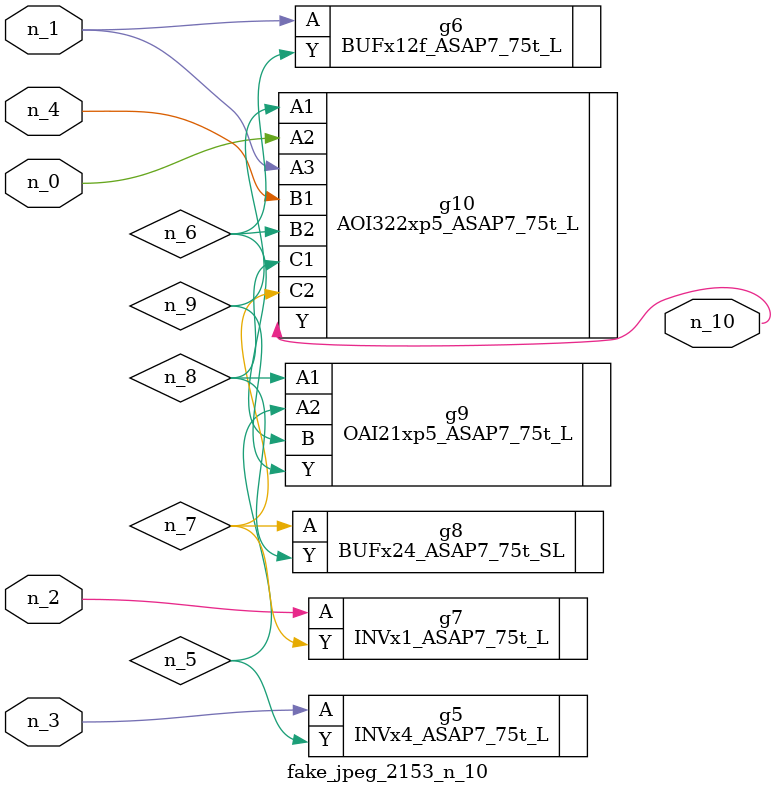
<source format=v>
module fake_jpeg_2153_n_10 (n_3, n_2, n_1, n_0, n_4, n_10);

input n_3;
input n_2;
input n_1;
input n_0;
input n_4;

output n_10;

wire n_8;
wire n_9;
wire n_6;
wire n_5;
wire n_7;

INVx4_ASAP7_75t_L g5 ( 
.A(n_3),
.Y(n_5)
);

BUFx12f_ASAP7_75t_L g6 ( 
.A(n_1),
.Y(n_6)
);

INVx1_ASAP7_75t_L g7 ( 
.A(n_2),
.Y(n_7)
);

BUFx24_ASAP7_75t_SL g8 ( 
.A(n_7),
.Y(n_8)
);

OAI21xp5_ASAP7_75t_L g9 ( 
.A1(n_8),
.A2(n_5),
.B(n_6),
.Y(n_9)
);

AOI322xp5_ASAP7_75t_L g10 ( 
.A1(n_9),
.A2(n_0),
.A3(n_1),
.B1(n_4),
.B2(n_6),
.C1(n_8),
.C2(n_7),
.Y(n_10)
);


endmodule
</source>
